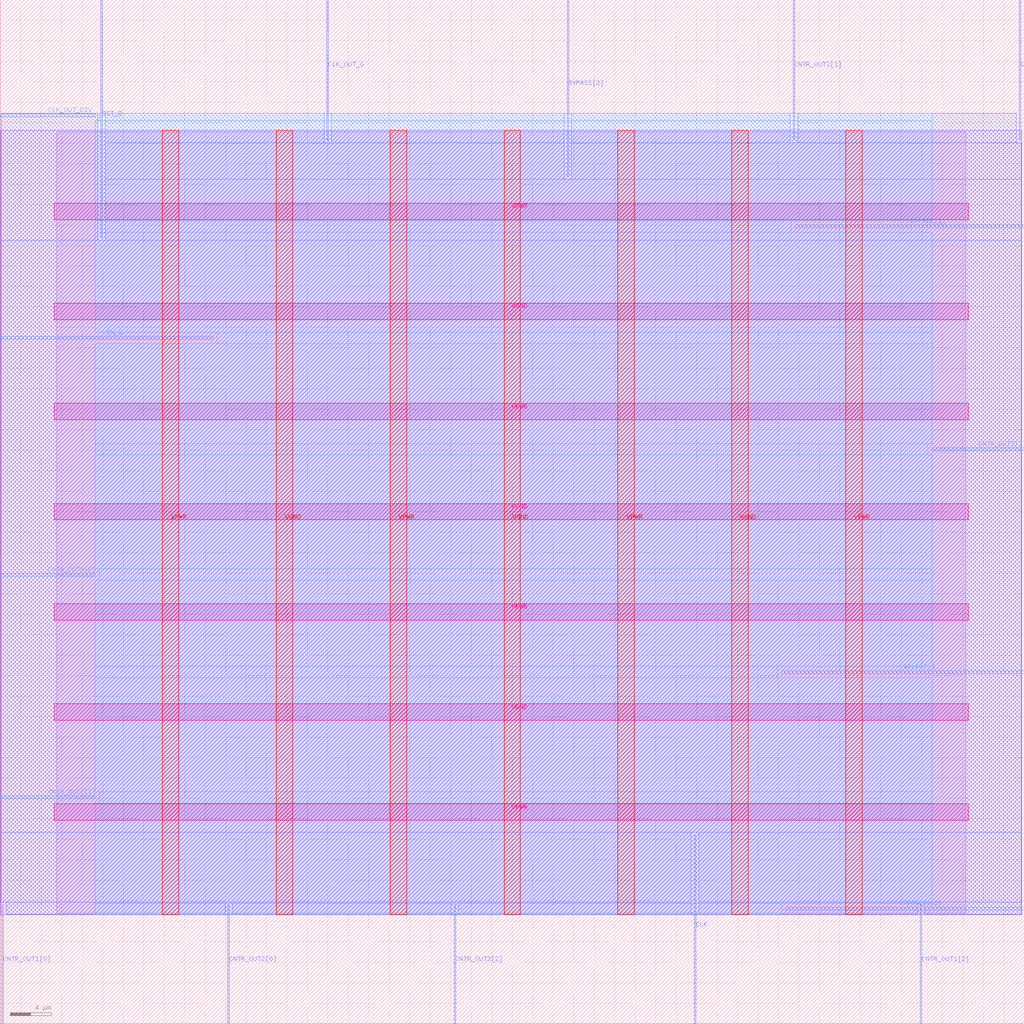
<source format=lef>
VERSION 5.7 ;
  NOWIREEXTENSIONATPIN ON ;
  DIVIDERCHAR "/" ;
  BUSBITCHARS "[]" ;
MACRO lib_sample
  CLASS BLOCK ;
  FOREIGN lib_sample ;
  ORIGIN 0.000 0.000 ;
  SIZE 100.000 BY 100.000 ;
  PIN BYPASS[0]
    DIRECTION INPUT ;
    USE SIGNAL ;
    PORT
      LAYER met3 ;
        RECT 76.730 11.070 100.000 11.370 ;
    END
  END BYPASS[0]
  PIN BYPASS[1]
    DIRECTION INPUT ;
    USE SIGNAL ;
    PORT
      LAYER met3 ;
        RECT 77.650 77.710 100.000 78.010 ;
    END
  END BYPASS[1]
  PIN BYPASS[2]
    DIRECTION INPUT ;
    USE SIGNAL ;
    PORT
      LAYER met2 ;
        RECT 55.360 82.730 55.500 100.000 ;
    END
  END BYPASS[2]
  PIN CLK
    DIRECTION INPUT ;
    USE SIGNAL ;
    PORT
      LAYER met2 ;
        RECT 67.780 0.000 67.920 18.400 ;
    END
  END CLK
  PIN CLK_OUT_DIV
    DIRECTION OUTPUT TRISTATE ;
    USE SIGNAL ;
    PORT
      LAYER met3 ;
        RECT 0.000 88.590 9.290 88.890 ;
    END
  END CLK_OUT_DIV
  PIN CLK_OUT_G
    DIRECTION OUTPUT TRISTATE ;
    USE SIGNAL ;
    PORT
      LAYER met2 ;
        RECT 31.900 86.320 32.040 100.000 ;
    END
  END CLK_OUT_G
  PIN CNTR_OUT1[0]
    DIRECTION OUTPUT TRISTATE ;
    USE SIGNAL ;
    PORT
      LAYER met2 ;
        RECT 0.160 0.000 0.300 11.600 ;
    END
  END CNTR_OUT1[0]
  PIN CNTR_OUT1[1]
    DIRECTION OUTPUT TRISTATE ;
    USE SIGNAL ;
    PORT
      LAYER met2 ;
        RECT 99.520 86.320 99.660 100.000 ;
    END
  END CNTR_OUT1[1]
  PIN CNTR_OUT1[2]
    DIRECTION OUTPUT TRISTATE ;
    USE SIGNAL ;
    PORT
      LAYER met2 ;
        RECT 89.860 0.000 90.000 11.600 ;
    END
  END CNTR_OUT1[2]
  PIN CNTR_OUT2[0]
    DIRECTION OUTPUT TRISTATE ;
    USE SIGNAL ;
    PORT
      LAYER met2 ;
        RECT 22.240 0.000 22.380 11.600 ;
    END
  END CNTR_OUT2[0]
  PIN CNTR_OUT2[1]
    DIRECTION OUTPUT TRISTATE ;
    USE SIGNAL ;
    PORT
      LAYER met3 ;
        RECT 0.000 21.950 9.290 22.250 ;
    END
  END CNTR_OUT2[1]
  PIN CNTR_OUT2[2]
    DIRECTION OUTPUT TRISTATE ;
    USE SIGNAL ;
    PORT
      LAYER met3 ;
        RECT 90.990 55.950 100.000 56.250 ;
    END
  END CNTR_OUT2[2]
  PIN CNTR_OUT3[0]
    DIRECTION OUTPUT TRISTATE ;
    USE SIGNAL ;
    PORT
      LAYER met3 ;
        RECT 0.000 43.710 9.290 44.010 ;
    END
  END CNTR_OUT3[0]
  PIN CNTR_OUT3[1]
    DIRECTION OUTPUT TRISTATE ;
    USE SIGNAL ;
    PORT
      LAYER met2 ;
        RECT 77.440 86.320 77.580 100.000 ;
    END
  END CNTR_OUT3[1]
  PIN CNTR_OUT3[2]
    DIRECTION OUTPUT TRISTATE ;
    USE SIGNAL ;
    PORT
      LAYER met2 ;
        RECT 44.320 0.000 44.460 11.600 ;
    END
  END CNTR_OUT3[2]
  PIN EN_G
    DIRECTION INPUT ;
    USE SIGNAL ;
    PORT
      LAYER met3 ;
        RECT 0.000 66.830 20.790 67.130 ;
    END
  END EN_G
  PIN RST_B
    DIRECTION INPUT ;
    USE SIGNAL ;
    PORT
      LAYER met2 ;
        RECT 9.820 76.800 9.960 100.000 ;
    END
  END RST_B
  PIN SELECT_3
    DIRECTION INPUT ;
    USE SIGNAL ;
    PORT
      LAYER met3 ;
        RECT 76.270 34.190 100.000 34.490 ;
    END
  END SELECT_3
  PIN VGND
    DIRECTION INOUT ;
    USE GROUND ;
    PORT
      LAYER met4 ;
        RECT 26.960 10.640 28.560 87.280 ;
    END
    PORT
      LAYER met4 ;
        RECT 49.200 10.640 50.800 87.280 ;
    END
    PORT
      LAYER met4 ;
        RECT 71.440 10.640 73.040 87.280 ;
    END
    PORT
      LAYER met5 ;
        RECT 5.280 29.640 94.540 31.240 ;
    END
    PORT
      LAYER met5 ;
        RECT 5.280 49.200 94.540 50.800 ;
    END
    PORT
      LAYER met5 ;
        RECT 5.280 68.760 94.540 70.360 ;
    END
  END VGND
  PIN VPWR
    DIRECTION INOUT ;
    USE POWER ;
    PORT
      LAYER met4 ;
        RECT 15.840 10.640 17.440 87.280 ;
    END
    PORT
      LAYER met4 ;
        RECT 38.080 10.640 39.680 87.280 ;
    END
    PORT
      LAYER met4 ;
        RECT 60.320 10.640 61.920 87.280 ;
    END
    PORT
      LAYER met4 ;
        RECT 82.560 10.640 84.160 87.280 ;
    END
    PORT
      LAYER met5 ;
        RECT 5.280 19.860 94.540 21.460 ;
    END
    PORT
      LAYER met5 ;
        RECT 5.280 39.420 94.540 41.020 ;
    END
    PORT
      LAYER met5 ;
        RECT 5.280 58.980 94.540 60.580 ;
    END
    PORT
      LAYER met5 ;
        RECT 5.280 78.540 94.540 80.140 ;
    END
  END VPWR
  OBS
      LAYER li1 ;
        RECT 5.520 10.795 94.300 87.125 ;
      LAYER met1 ;
        RECT 0.070 10.640 99.750 87.280 ;
      LAYER met2 ;
        RECT 0.100 76.520 9.540 88.925 ;
        RECT 10.240 86.040 31.620 88.925 ;
        RECT 32.320 86.040 55.080 88.925 ;
        RECT 10.240 82.450 55.080 86.040 ;
        RECT 55.780 86.040 77.160 88.925 ;
        RECT 77.860 86.040 99.240 88.925 ;
        RECT 55.780 82.450 99.720 86.040 ;
        RECT 10.240 76.520 99.720 82.450 ;
        RECT 0.100 18.680 99.720 76.520 ;
        RECT 0.100 11.880 67.500 18.680 ;
        RECT 0.580 10.695 21.960 11.880 ;
        RECT 22.660 10.695 44.040 11.880 ;
        RECT 44.740 10.695 67.500 11.880 ;
        RECT 68.200 11.880 99.720 18.680 ;
        RECT 68.200 10.695 89.580 11.880 ;
        RECT 90.280 10.695 99.720 11.880 ;
      LAYER met3 ;
        RECT 9.690 88.190 91.015 88.905 ;
        RECT 9.265 78.410 91.015 88.190 ;
        RECT 9.265 77.310 77.250 78.410 ;
        RECT 9.265 67.530 91.015 77.310 ;
        RECT 21.190 66.430 91.015 67.530 ;
        RECT 9.265 56.650 91.015 66.430 ;
        RECT 9.265 55.550 90.590 56.650 ;
        RECT 9.265 44.410 91.015 55.550 ;
        RECT 9.690 43.310 91.015 44.410 ;
        RECT 9.265 34.890 91.015 43.310 ;
        RECT 9.265 33.790 75.870 34.890 ;
        RECT 9.265 22.650 91.015 33.790 ;
        RECT 9.690 21.550 91.015 22.650 ;
        RECT 9.265 11.770 91.015 21.550 ;
        RECT 9.265 10.715 76.330 11.770 ;
  END
END lib_sample
END LIBRARY


</source>
